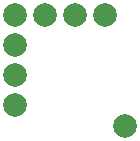
<source format=gbl>
G04 Layer: BottomLayer*
G04 EasyEDA v6.5.22, 2023-01-29 16:20:57*
G04 7520cde8495a43b9bb6cbe3639bf649a,cd312f753a894c7fad135853063bf967,10*
G04 Gerber Generator version 0.2*
G04 Scale: 100 percent, Rotated: No, Reflected: No *
G04 Dimensions in millimeters *
G04 leading zeros omitted , absolute positions ,4 integer and 5 decimal *
%FSLAX45Y45*%
%MOMM*%

%ADD10C,2.0000*%

%LPD*%
D10*
G01*
X990600Y-228600D03*
G01*
X228600Y-228600D03*
G01*
X482600Y-228600D03*
G01*
X736600Y-228600D03*
G01*
X228600Y-990600D03*
G01*
X228600Y-736600D03*
G01*
X228600Y-482600D03*
G01*
X1155700Y-1168400D03*
M02*

</source>
